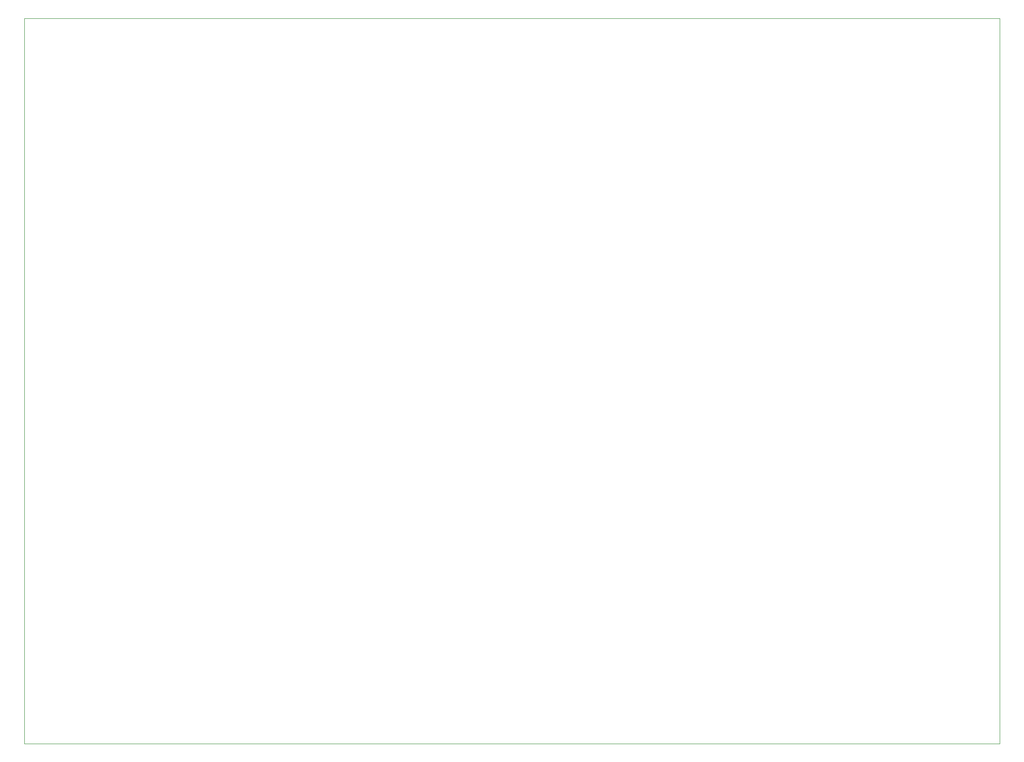
<source format=gbr>
%FSLAX34Y34*%
%MOMM*%
%LNOUTLINE*%
G71*
G01*
%ADD10C,0.002*%
%LPD*%
G54D10*
X-157003Y662759D02*
X1642997Y662759D01*
X1642997Y-677241D01*
X-157003Y-677241D01*
X-157003Y662759D01*
M02*

</source>
